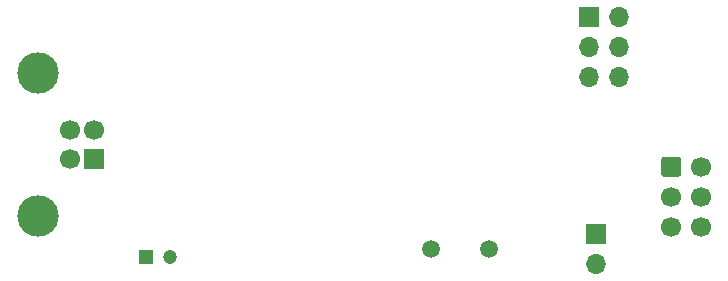
<source format=gbs>
%TF.GenerationSoftware,KiCad,Pcbnew,(5.1.10-0-10_14)*%
%TF.CreationDate,2021-11-02T10:24:53+01:00*%
%TF.ProjectId,UPDI_programmer,55504449-5f70-4726-9f67-72616d6d6572,rev?*%
%TF.SameCoordinates,Original*%
%TF.FileFunction,Soldermask,Bot*%
%TF.FilePolarity,Negative*%
%FSLAX46Y46*%
G04 Gerber Fmt 4.6, Leading zero omitted, Abs format (unit mm)*
G04 Created by KiCad (PCBNEW (5.1.10-0-10_14)) date 2021-11-02 10:24:53*
%MOMM*%
%LPD*%
G01*
G04 APERTURE LIST*
%ADD10C,3.500000*%
%ADD11C,1.700000*%
%ADD12R,1.700000X1.700000*%
%ADD13O,1.700000X1.700000*%
%ADD14C,1.500000*%
%ADD15C,1.200000*%
%ADD16R,1.200000X1.200000*%
G04 APERTURE END LIST*
D10*
%TO.C,J3*%
X103240000Y-61945000D03*
X103240000Y-73985000D03*
D11*
X105950000Y-69215000D03*
X105950000Y-66715000D03*
X107950000Y-66715000D03*
D12*
X107950000Y-69215000D03*
%TD*%
D13*
%TO.C,J2*%
X152400000Y-62230000D03*
X149860000Y-62230000D03*
X152400000Y-59690000D03*
X149860000Y-59690000D03*
X152400000Y-57150000D03*
D12*
X149860000Y-57150000D03*
%TD*%
D14*
%TO.C,Y1*%
X141405000Y-76835000D03*
X136525000Y-76835000D03*
%TD*%
D13*
%TO.C,JP1*%
X150495000Y-78105000D03*
D12*
X150495000Y-75565000D03*
%TD*%
D11*
%TO.C,J1*%
X159385000Y-74930000D03*
X159385000Y-72390000D03*
X159385000Y-69850000D03*
X156845000Y-74930000D03*
X156845000Y-72390000D03*
G36*
G01*
X155995000Y-70450000D02*
X155995000Y-69250000D01*
G75*
G02*
X156245000Y-69000000I250000J0D01*
G01*
X157445000Y-69000000D01*
G75*
G02*
X157695000Y-69250000I0J-250000D01*
G01*
X157695000Y-70450000D01*
G75*
G02*
X157445000Y-70700000I-250000J0D01*
G01*
X156245000Y-70700000D01*
G75*
G02*
X155995000Y-70450000I0J250000D01*
G01*
G37*
%TD*%
D15*
%TO.C,C4*%
X114395000Y-77470000D03*
D16*
X112395000Y-77470000D03*
%TD*%
M02*

</source>
